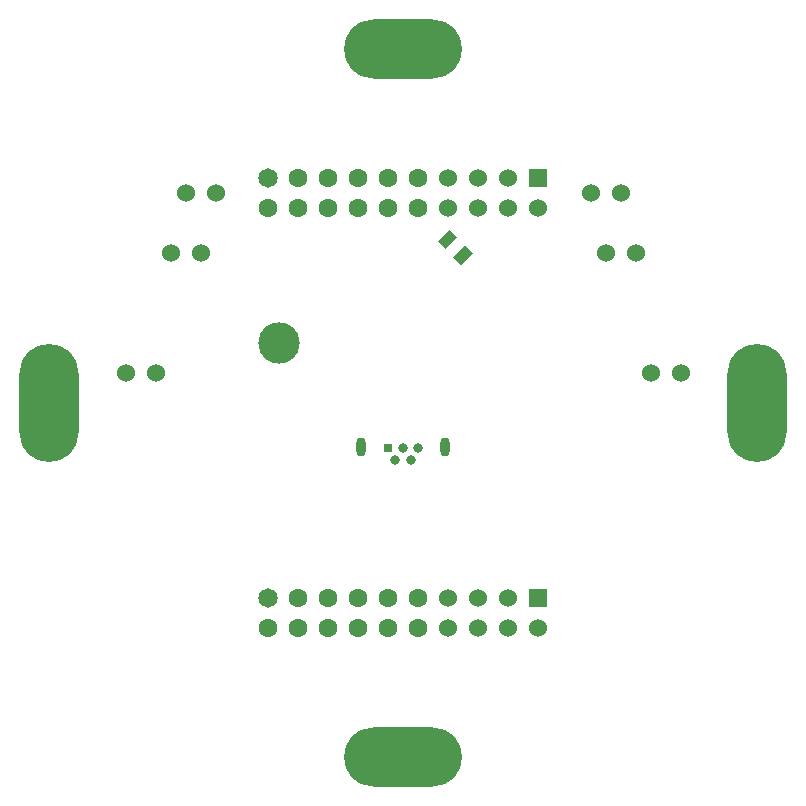
<source format=gbr>
G04 #@! TF.FileFunction,Soldermask,Top*
%FSLAX46Y46*%
G04 Gerber Fmt 4.6, Leading zero omitted, Abs format (unit mm)*
G04 Created by KiCad (PCBNEW (2015-08-30 BZR 6133)-product) date Sa 31 Okt 2015 12:30:55 CET*
%MOMM*%
G01*
G04 APERTURE LIST*
%ADD10C,0.100000*%
%ADD11C,1.600200*%
%ADD12C,1.651000*%
%ADD13C,1.524000*%
%ADD14R,1.524000X1.524000*%
%ADD15C,3.500000*%
%ADD16C,0.800000*%
%ADD17R,0.800000X0.800000*%
%ADD18O,0.800000X1.600000*%
%ADD19O,10.000000X5.001260*%
%ADD20O,5.001260X10.000000*%
G04 APERTURE END LIST*
D10*
D11*
X85485000Y-83860000D03*
D12*
X85485000Y-81320000D03*
D11*
X88025000Y-83860000D03*
X88025000Y-81320000D03*
X90565000Y-83860000D03*
X90565000Y-81320000D03*
X93105000Y-83860000D03*
X93105000Y-81320000D03*
X95645000Y-83860000D03*
X95645000Y-81320000D03*
X98185000Y-83860000D03*
X98185000Y-81320000D03*
D13*
X100725000Y-83860000D03*
X100725000Y-81320000D03*
X103265000Y-83860000D03*
X103265000Y-81320000D03*
X105805000Y-83860000D03*
X105805000Y-81320000D03*
X108345000Y-83860000D03*
D14*
X108345000Y-81320000D03*
D11*
X85455000Y-119420000D03*
D12*
X85485000Y-116880000D03*
D11*
X87995000Y-119420000D03*
X88025000Y-116880000D03*
X90535000Y-119420000D03*
X90565000Y-116880000D03*
X93075000Y-119420000D03*
X93105000Y-116880000D03*
X95615000Y-119420000D03*
X95645000Y-116880000D03*
X98155000Y-119420000D03*
X98185000Y-116880000D03*
D13*
X100695000Y-119420000D03*
X100725000Y-116880000D03*
X103265000Y-119420000D03*
X103265000Y-116880000D03*
X105775000Y-119420000D03*
X105805000Y-116880000D03*
X108315000Y-119420000D03*
D14*
X108345000Y-116880000D03*
D15*
X86405000Y-95290000D03*
D13*
X77230000Y-87670000D03*
X79770000Y-87670000D03*
X73420000Y-97830000D03*
X75960000Y-97830000D03*
X116600000Y-87670000D03*
X114060000Y-87670000D03*
X120410000Y-97830000D03*
X117870000Y-97830000D03*
X78500000Y-82590000D03*
X81040000Y-82590000D03*
X112790000Y-82590000D03*
X115330000Y-82590000D03*
D16*
X96915000Y-104180000D03*
D17*
X95615000Y-104180000D03*
D16*
X98215000Y-104180000D03*
X97565000Y-105180000D03*
X96265000Y-105180000D03*
D18*
X93340000Y-104080000D03*
X100490000Y-104080000D03*
D19*
X96915000Y-70370000D03*
D20*
X66915000Y-100370000D03*
X126915000Y-100370000D03*
D19*
X96915000Y-130370000D03*
D10*
G36*
X102796742Y-87663914D02*
X101808914Y-88651742D01*
X101180296Y-88023124D01*
X102168124Y-87035296D01*
X102796742Y-87663914D01*
X102796742Y-87663914D01*
G37*
G36*
X101449704Y-86316876D02*
X100461876Y-87304704D01*
X99833258Y-86676086D01*
X100821086Y-85688258D01*
X101449704Y-86316876D01*
X101449704Y-86316876D01*
G37*
M02*

</source>
